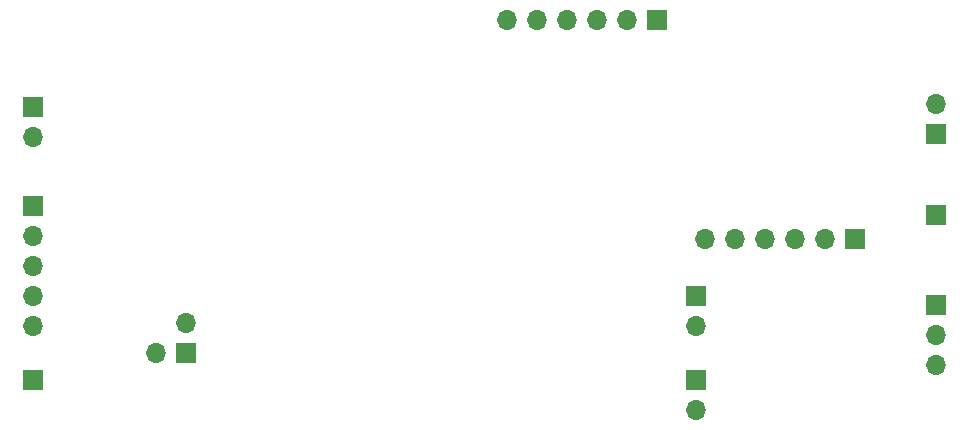
<source format=gbs>
G04 #@! TF.GenerationSoftware,KiCad,Pcbnew,7.0.8*
G04 #@! TF.CreationDate,2024-04-12T14:18:42-07:00*
G04 #@! TF.ProjectId,2-channel-EEG,322d6368-616e-46e6-956c-2d4545472e6b,rev?*
G04 #@! TF.SameCoordinates,Original*
G04 #@! TF.FileFunction,Soldermask,Bot*
G04 #@! TF.FilePolarity,Negative*
%FSLAX46Y46*%
G04 Gerber Fmt 4.6, Leading zero omitted, Abs format (unit mm)*
G04 Created by KiCad (PCBNEW 7.0.8) date 2024-04-12 14:18:42*
%MOMM*%
%LPD*%
G01*
G04 APERTURE LIST*
%ADD10R,1.700000X1.700000*%
%ADD11O,1.700000X1.700000*%
G04 APERTURE END LIST*
D10*
X196342000Y-102616000D03*
D11*
X193802000Y-102616000D03*
X191262000Y-102616000D03*
X188722000Y-102616000D03*
X186182000Y-102616000D03*
X183642000Y-102616000D03*
D10*
X126746000Y-114554000D03*
X203200000Y-100584000D03*
X139700000Y-112268000D03*
D11*
X139700000Y-109728000D03*
X137160000Y-112268000D03*
D10*
X182880000Y-107437000D03*
D11*
X182880000Y-109977000D03*
D10*
X203200000Y-108204000D03*
D11*
X203200000Y-110744000D03*
X203200000Y-113284000D03*
X126746000Y-93975000D03*
D10*
X126746000Y-91435000D03*
X126746000Y-99822000D03*
D11*
X126746000Y-102362000D03*
X126746000Y-104902000D03*
X126746000Y-107442000D03*
X126746000Y-109982000D03*
X203200000Y-91186000D03*
D10*
X203200000Y-93726000D03*
X182880000Y-114554000D03*
D11*
X182880000Y-117094000D03*
D10*
X179578000Y-84074000D03*
D11*
X177038000Y-84074000D03*
X174498000Y-84074000D03*
X171958000Y-84074000D03*
X169418000Y-84074000D03*
X166878000Y-84074000D03*
M02*

</source>
